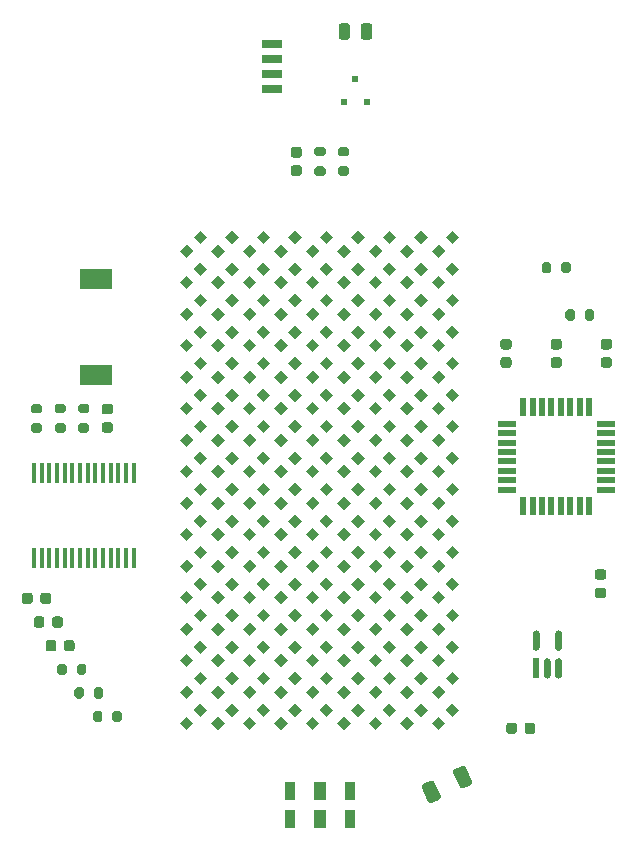
<source format=gbr>
G04 #@! TF.GenerationSoftware,KiCad,Pcbnew,(5.1.12-1-10_14)*
G04 #@! TF.CreationDate,2021-12-02T12:01:39-05:00*
G04 #@! TF.ProjectId,blinky,626c696e-6b79-42e6-9b69-6361645f7063,rev?*
G04 #@! TF.SameCoordinates,Original*
G04 #@! TF.FileFunction,Paste,Top*
G04 #@! TF.FilePolarity,Positive*
%FSLAX46Y46*%
G04 Gerber Fmt 4.6, Leading zero omitted, Abs format (unit mm)*
G04 Created by KiCad (PCBNEW (5.1.12-1-10_14)) date 2021-12-02 12:01:39*
%MOMM*%
%LPD*%
G01*
G04 APERTURE LIST*
%ADD10R,0.950000X1.550000*%
%ADD11R,1.000000X1.600000*%
%ADD12R,1.800000X0.800000*%
%ADD13C,0.100000*%
%ADD14R,1.500000X0.550000*%
%ADD15R,0.550000X1.500000*%
%ADD16R,0.450000X1.750000*%
%ADD17R,0.609807X1.755639*%
%ADD18R,2.692400X1.701800*%
%ADD19R,0.500000X0.600000*%
G04 APERTURE END LIST*
D10*
G04 #@! TO.C,SW2*
X192500000Y-109300000D03*
D11*
X190000000Y-109300000D03*
D10*
X187500000Y-109300000D03*
X187500000Y-111700000D03*
D11*
X190000000Y-111700000D03*
D10*
X192500000Y-111700000D03*
G04 #@! TD*
D12*
G04 #@! TO.C,U3*
X185945900Y-46095000D03*
X185945900Y-47365000D03*
X185945900Y-48635000D03*
X185945900Y-49905000D03*
G04 #@! TD*
D13*
G04 #@! TO.C,D3.3*
G36*
X194705424Y-69475634D02*
G01*
X194139739Y-68909949D01*
X194705424Y-68344264D01*
X195271109Y-68909949D01*
X194705424Y-69475634D01*
G37*
G36*
X195870000Y-68329017D02*
G01*
X195304315Y-67763332D01*
X195870000Y-67197647D01*
X196435685Y-67763332D01*
X195870000Y-68329017D01*
G37*
G04 #@! TD*
G04 #@! TO.C,D9.14*
G36*
X178705424Y-98808960D02*
G01*
X178139739Y-98243275D01*
X178705424Y-97677590D01*
X179271109Y-98243275D01*
X178705424Y-98808960D01*
G37*
G36*
X179870000Y-97662343D02*
G01*
X179304315Y-97096658D01*
X179870000Y-96530973D01*
X180435685Y-97096658D01*
X179870000Y-97662343D01*
G37*
G04 #@! TD*
G04 #@! TO.C,D9.13*
G36*
X178705424Y-96142294D02*
G01*
X178139739Y-95576609D01*
X178705424Y-95010924D01*
X179271109Y-95576609D01*
X178705424Y-96142294D01*
G37*
G36*
X179870000Y-94995677D02*
G01*
X179304315Y-94429992D01*
X179870000Y-93864307D01*
X180435685Y-94429992D01*
X179870000Y-94995677D01*
G37*
G04 #@! TD*
G04 #@! TO.C,D9.12*
G36*
X178705424Y-93475628D02*
G01*
X178139739Y-92909943D01*
X178705424Y-92344258D01*
X179271109Y-92909943D01*
X178705424Y-93475628D01*
G37*
G36*
X179870000Y-92329011D02*
G01*
X179304315Y-91763326D01*
X179870000Y-91197641D01*
X180435685Y-91763326D01*
X179870000Y-92329011D01*
G37*
G04 #@! TD*
G04 #@! TO.C,D9.1*
G36*
X178705424Y-64142302D02*
G01*
X178139739Y-63576617D01*
X178705424Y-63010932D01*
X179271109Y-63576617D01*
X178705424Y-64142302D01*
G37*
G36*
X179870000Y-62995685D02*
G01*
X179304315Y-62430000D01*
X179870000Y-61864315D01*
X180435685Y-62430000D01*
X179870000Y-62995685D01*
G37*
G04 #@! TD*
G04 #@! TO.C,D9.2*
G36*
X178705424Y-66808968D02*
G01*
X178139739Y-66243283D01*
X178705424Y-65677598D01*
X179271109Y-66243283D01*
X178705424Y-66808968D01*
G37*
G36*
X179870000Y-65662351D02*
G01*
X179304315Y-65096666D01*
X179870000Y-64530981D01*
X180435685Y-65096666D01*
X179870000Y-65662351D01*
G37*
G04 #@! TD*
G04 #@! TO.C,D9.3*
G36*
X178705424Y-69475634D02*
G01*
X178139739Y-68909949D01*
X178705424Y-68344264D01*
X179271109Y-68909949D01*
X178705424Y-69475634D01*
G37*
G36*
X179870000Y-68329017D02*
G01*
X179304315Y-67763332D01*
X179870000Y-67197647D01*
X180435685Y-67763332D01*
X179870000Y-68329017D01*
G37*
G04 #@! TD*
G04 #@! TO.C,D9.4*
G36*
X178705424Y-72142300D02*
G01*
X178139739Y-71576615D01*
X178705424Y-71010930D01*
X179271109Y-71576615D01*
X178705424Y-72142300D01*
G37*
G36*
X179870000Y-70995683D02*
G01*
X179304315Y-70429998D01*
X179870000Y-69864313D01*
X180435685Y-70429998D01*
X179870000Y-70995683D01*
G37*
G04 #@! TD*
G04 #@! TO.C,D9.5*
G36*
X178705424Y-74808966D02*
G01*
X178139739Y-74243281D01*
X178705424Y-73677596D01*
X179271109Y-74243281D01*
X178705424Y-74808966D01*
G37*
G36*
X179870000Y-73662349D02*
G01*
X179304315Y-73096664D01*
X179870000Y-72530979D01*
X180435685Y-73096664D01*
X179870000Y-73662349D01*
G37*
G04 #@! TD*
G04 #@! TO.C,D9.15*
G36*
X178705424Y-101475626D02*
G01*
X178139739Y-100909941D01*
X178705424Y-100344256D01*
X179271109Y-100909941D01*
X178705424Y-101475626D01*
G37*
G36*
X179870000Y-100329009D02*
G01*
X179304315Y-99763324D01*
X179870000Y-99197639D01*
X180435685Y-99763324D01*
X179870000Y-100329009D01*
G37*
G04 #@! TD*
G04 #@! TO.C,D9.6*
G36*
X178705424Y-77475632D02*
G01*
X178139739Y-76909947D01*
X178705424Y-76344262D01*
X179271109Y-76909947D01*
X178705424Y-77475632D01*
G37*
G36*
X179870000Y-76329015D02*
G01*
X179304315Y-75763330D01*
X179870000Y-75197645D01*
X180435685Y-75763330D01*
X179870000Y-76329015D01*
G37*
G04 #@! TD*
G04 #@! TO.C,D9.7*
G36*
X178705424Y-80142298D02*
G01*
X178139739Y-79576613D01*
X178705424Y-79010928D01*
X179271109Y-79576613D01*
X178705424Y-80142298D01*
G37*
G36*
X179870000Y-78995681D02*
G01*
X179304315Y-78429996D01*
X179870000Y-77864311D01*
X180435685Y-78429996D01*
X179870000Y-78995681D01*
G37*
G04 #@! TD*
G04 #@! TO.C,D9.8*
G36*
X178705424Y-82808964D02*
G01*
X178139739Y-82243279D01*
X178705424Y-81677594D01*
X179271109Y-82243279D01*
X178705424Y-82808964D01*
G37*
G36*
X179870000Y-81662347D02*
G01*
X179304315Y-81096662D01*
X179870000Y-80530977D01*
X180435685Y-81096662D01*
X179870000Y-81662347D01*
G37*
G04 #@! TD*
G04 #@! TO.C,D9.9*
G36*
X178705424Y-85475630D02*
G01*
X178139739Y-84909945D01*
X178705424Y-84344260D01*
X179271109Y-84909945D01*
X178705424Y-85475630D01*
G37*
G36*
X179870000Y-84329013D02*
G01*
X179304315Y-83763328D01*
X179870000Y-83197643D01*
X180435685Y-83763328D01*
X179870000Y-84329013D01*
G37*
G04 #@! TD*
G04 #@! TO.C,D9.10*
G36*
X178705424Y-88142296D02*
G01*
X178139739Y-87576611D01*
X178705424Y-87010926D01*
X179271109Y-87576611D01*
X178705424Y-88142296D01*
G37*
G36*
X179870000Y-86995679D02*
G01*
X179304315Y-86429994D01*
X179870000Y-85864309D01*
X180435685Y-86429994D01*
X179870000Y-86995679D01*
G37*
G04 #@! TD*
G04 #@! TO.C,D9.11*
G36*
X178705424Y-90808962D02*
G01*
X178139739Y-90243277D01*
X178705424Y-89677592D01*
X179271109Y-90243277D01*
X178705424Y-90808962D01*
G37*
G36*
X179870000Y-89662345D02*
G01*
X179304315Y-89096660D01*
X179870000Y-88530975D01*
X180435685Y-89096660D01*
X179870000Y-89662345D01*
G37*
G04 #@! TD*
G04 #@! TO.C,D9.16*
G36*
X178705424Y-104142292D02*
G01*
X178139739Y-103576607D01*
X178705424Y-103010922D01*
X179271109Y-103576607D01*
X178705424Y-104142292D01*
G37*
G36*
X179870000Y-102995675D02*
G01*
X179304315Y-102429990D01*
X179870000Y-101864305D01*
X180435685Y-102429990D01*
X179870000Y-102995675D01*
G37*
G04 #@! TD*
G04 #@! TO.C,D8.14*
G36*
X181375424Y-98808960D02*
G01*
X180809739Y-98243275D01*
X181375424Y-97677590D01*
X181941109Y-98243275D01*
X181375424Y-98808960D01*
G37*
G36*
X182540000Y-97662343D02*
G01*
X181974315Y-97096658D01*
X182540000Y-96530973D01*
X183105685Y-97096658D01*
X182540000Y-97662343D01*
G37*
G04 #@! TD*
G04 #@! TO.C,D8.13*
G36*
X181375424Y-96142294D02*
G01*
X180809739Y-95576609D01*
X181375424Y-95010924D01*
X181941109Y-95576609D01*
X181375424Y-96142294D01*
G37*
G36*
X182540000Y-94995677D02*
G01*
X181974315Y-94429992D01*
X182540000Y-93864307D01*
X183105685Y-94429992D01*
X182540000Y-94995677D01*
G37*
G04 #@! TD*
G04 #@! TO.C,D8.12*
G36*
X181375424Y-93475628D02*
G01*
X180809739Y-92909943D01*
X181375424Y-92344258D01*
X181941109Y-92909943D01*
X181375424Y-93475628D01*
G37*
G36*
X182540000Y-92329011D02*
G01*
X181974315Y-91763326D01*
X182540000Y-91197641D01*
X183105685Y-91763326D01*
X182540000Y-92329011D01*
G37*
G04 #@! TD*
G04 #@! TO.C,D8.1*
G36*
X181375424Y-64142302D02*
G01*
X180809739Y-63576617D01*
X181375424Y-63010932D01*
X181941109Y-63576617D01*
X181375424Y-64142302D01*
G37*
G36*
X182540000Y-62995685D02*
G01*
X181974315Y-62430000D01*
X182540000Y-61864315D01*
X183105685Y-62430000D01*
X182540000Y-62995685D01*
G37*
G04 #@! TD*
G04 #@! TO.C,D8.2*
G36*
X181375424Y-66808968D02*
G01*
X180809739Y-66243283D01*
X181375424Y-65677598D01*
X181941109Y-66243283D01*
X181375424Y-66808968D01*
G37*
G36*
X182540000Y-65662351D02*
G01*
X181974315Y-65096666D01*
X182540000Y-64530981D01*
X183105685Y-65096666D01*
X182540000Y-65662351D01*
G37*
G04 #@! TD*
G04 #@! TO.C,D8.3*
G36*
X181375424Y-69475634D02*
G01*
X180809739Y-68909949D01*
X181375424Y-68344264D01*
X181941109Y-68909949D01*
X181375424Y-69475634D01*
G37*
G36*
X182540000Y-68329017D02*
G01*
X181974315Y-67763332D01*
X182540000Y-67197647D01*
X183105685Y-67763332D01*
X182540000Y-68329017D01*
G37*
G04 #@! TD*
G04 #@! TO.C,D8.4*
G36*
X181375424Y-72142300D02*
G01*
X180809739Y-71576615D01*
X181375424Y-71010930D01*
X181941109Y-71576615D01*
X181375424Y-72142300D01*
G37*
G36*
X182540000Y-70995683D02*
G01*
X181974315Y-70429998D01*
X182540000Y-69864313D01*
X183105685Y-70429998D01*
X182540000Y-70995683D01*
G37*
G04 #@! TD*
G04 #@! TO.C,D8.5*
G36*
X181375424Y-74808966D02*
G01*
X180809739Y-74243281D01*
X181375424Y-73677596D01*
X181941109Y-74243281D01*
X181375424Y-74808966D01*
G37*
G36*
X182540000Y-73662349D02*
G01*
X181974315Y-73096664D01*
X182540000Y-72530979D01*
X183105685Y-73096664D01*
X182540000Y-73662349D01*
G37*
G04 #@! TD*
G04 #@! TO.C,D8.15*
G36*
X181375424Y-101475626D02*
G01*
X180809739Y-100909941D01*
X181375424Y-100344256D01*
X181941109Y-100909941D01*
X181375424Y-101475626D01*
G37*
G36*
X182540000Y-100329009D02*
G01*
X181974315Y-99763324D01*
X182540000Y-99197639D01*
X183105685Y-99763324D01*
X182540000Y-100329009D01*
G37*
G04 #@! TD*
G04 #@! TO.C,D8.6*
G36*
X181375424Y-77475632D02*
G01*
X180809739Y-76909947D01*
X181375424Y-76344262D01*
X181941109Y-76909947D01*
X181375424Y-77475632D01*
G37*
G36*
X182540000Y-76329015D02*
G01*
X181974315Y-75763330D01*
X182540000Y-75197645D01*
X183105685Y-75763330D01*
X182540000Y-76329015D01*
G37*
G04 #@! TD*
G04 #@! TO.C,D8.7*
G36*
X181375424Y-80142298D02*
G01*
X180809739Y-79576613D01*
X181375424Y-79010928D01*
X181941109Y-79576613D01*
X181375424Y-80142298D01*
G37*
G36*
X182540000Y-78995681D02*
G01*
X181974315Y-78429996D01*
X182540000Y-77864311D01*
X183105685Y-78429996D01*
X182540000Y-78995681D01*
G37*
G04 #@! TD*
G04 #@! TO.C,D8.8*
G36*
X181375424Y-82808964D02*
G01*
X180809739Y-82243279D01*
X181375424Y-81677594D01*
X181941109Y-82243279D01*
X181375424Y-82808964D01*
G37*
G36*
X182540000Y-81662347D02*
G01*
X181974315Y-81096662D01*
X182540000Y-80530977D01*
X183105685Y-81096662D01*
X182540000Y-81662347D01*
G37*
G04 #@! TD*
G04 #@! TO.C,D8.9*
G36*
X181375424Y-85475630D02*
G01*
X180809739Y-84909945D01*
X181375424Y-84344260D01*
X181941109Y-84909945D01*
X181375424Y-85475630D01*
G37*
G36*
X182540000Y-84329013D02*
G01*
X181974315Y-83763328D01*
X182540000Y-83197643D01*
X183105685Y-83763328D01*
X182540000Y-84329013D01*
G37*
G04 #@! TD*
G04 #@! TO.C,D8.10*
G36*
X181375424Y-88142296D02*
G01*
X180809739Y-87576611D01*
X181375424Y-87010926D01*
X181941109Y-87576611D01*
X181375424Y-88142296D01*
G37*
G36*
X182540000Y-86995679D02*
G01*
X181974315Y-86429994D01*
X182540000Y-85864309D01*
X183105685Y-86429994D01*
X182540000Y-86995679D01*
G37*
G04 #@! TD*
G04 #@! TO.C,D8.11*
G36*
X181375424Y-90808962D02*
G01*
X180809739Y-90243277D01*
X181375424Y-89677592D01*
X181941109Y-90243277D01*
X181375424Y-90808962D01*
G37*
G36*
X182540000Y-89662345D02*
G01*
X181974315Y-89096660D01*
X182540000Y-88530975D01*
X183105685Y-89096660D01*
X182540000Y-89662345D01*
G37*
G04 #@! TD*
G04 #@! TO.C,D8.16*
G36*
X181375424Y-104142292D02*
G01*
X180809739Y-103576607D01*
X181375424Y-103010922D01*
X181941109Y-103576607D01*
X181375424Y-104142292D01*
G37*
G36*
X182540000Y-102995675D02*
G01*
X181974315Y-102429990D01*
X182540000Y-101864305D01*
X183105685Y-102429990D01*
X182540000Y-102995675D01*
G37*
G04 #@! TD*
G04 #@! TO.C,D7.14*
G36*
X184045424Y-98808960D02*
G01*
X183479739Y-98243275D01*
X184045424Y-97677590D01*
X184611109Y-98243275D01*
X184045424Y-98808960D01*
G37*
G36*
X185210000Y-97662343D02*
G01*
X184644315Y-97096658D01*
X185210000Y-96530973D01*
X185775685Y-97096658D01*
X185210000Y-97662343D01*
G37*
G04 #@! TD*
G04 #@! TO.C,D7.13*
G36*
X184045424Y-96142294D02*
G01*
X183479739Y-95576609D01*
X184045424Y-95010924D01*
X184611109Y-95576609D01*
X184045424Y-96142294D01*
G37*
G36*
X185210000Y-94995677D02*
G01*
X184644315Y-94429992D01*
X185210000Y-93864307D01*
X185775685Y-94429992D01*
X185210000Y-94995677D01*
G37*
G04 #@! TD*
G04 #@! TO.C,D7.12*
G36*
X184045424Y-93475628D02*
G01*
X183479739Y-92909943D01*
X184045424Y-92344258D01*
X184611109Y-92909943D01*
X184045424Y-93475628D01*
G37*
G36*
X185210000Y-92329011D02*
G01*
X184644315Y-91763326D01*
X185210000Y-91197641D01*
X185775685Y-91763326D01*
X185210000Y-92329011D01*
G37*
G04 #@! TD*
G04 #@! TO.C,D7.1*
G36*
X184045424Y-64142302D02*
G01*
X183479739Y-63576617D01*
X184045424Y-63010932D01*
X184611109Y-63576617D01*
X184045424Y-64142302D01*
G37*
G36*
X185210000Y-62995685D02*
G01*
X184644315Y-62430000D01*
X185210000Y-61864315D01*
X185775685Y-62430000D01*
X185210000Y-62995685D01*
G37*
G04 #@! TD*
G04 #@! TO.C,D7.2*
G36*
X184045424Y-66808968D02*
G01*
X183479739Y-66243283D01*
X184045424Y-65677598D01*
X184611109Y-66243283D01*
X184045424Y-66808968D01*
G37*
G36*
X185210000Y-65662351D02*
G01*
X184644315Y-65096666D01*
X185210000Y-64530981D01*
X185775685Y-65096666D01*
X185210000Y-65662351D01*
G37*
G04 #@! TD*
G04 #@! TO.C,D7.3*
G36*
X184045424Y-69475634D02*
G01*
X183479739Y-68909949D01*
X184045424Y-68344264D01*
X184611109Y-68909949D01*
X184045424Y-69475634D01*
G37*
G36*
X185210000Y-68329017D02*
G01*
X184644315Y-67763332D01*
X185210000Y-67197647D01*
X185775685Y-67763332D01*
X185210000Y-68329017D01*
G37*
G04 #@! TD*
G04 #@! TO.C,D7.4*
G36*
X184045424Y-72142300D02*
G01*
X183479739Y-71576615D01*
X184045424Y-71010930D01*
X184611109Y-71576615D01*
X184045424Y-72142300D01*
G37*
G36*
X185210000Y-70995683D02*
G01*
X184644315Y-70429998D01*
X185210000Y-69864313D01*
X185775685Y-70429998D01*
X185210000Y-70995683D01*
G37*
G04 #@! TD*
G04 #@! TO.C,D7.5*
G36*
X184045424Y-74808966D02*
G01*
X183479739Y-74243281D01*
X184045424Y-73677596D01*
X184611109Y-74243281D01*
X184045424Y-74808966D01*
G37*
G36*
X185210000Y-73662349D02*
G01*
X184644315Y-73096664D01*
X185210000Y-72530979D01*
X185775685Y-73096664D01*
X185210000Y-73662349D01*
G37*
G04 #@! TD*
G04 #@! TO.C,D7.15*
G36*
X184045424Y-101475626D02*
G01*
X183479739Y-100909941D01*
X184045424Y-100344256D01*
X184611109Y-100909941D01*
X184045424Y-101475626D01*
G37*
G36*
X185210000Y-100329009D02*
G01*
X184644315Y-99763324D01*
X185210000Y-99197639D01*
X185775685Y-99763324D01*
X185210000Y-100329009D01*
G37*
G04 #@! TD*
G04 #@! TO.C,D7.6*
G36*
X184045424Y-77475632D02*
G01*
X183479739Y-76909947D01*
X184045424Y-76344262D01*
X184611109Y-76909947D01*
X184045424Y-77475632D01*
G37*
G36*
X185210000Y-76329015D02*
G01*
X184644315Y-75763330D01*
X185210000Y-75197645D01*
X185775685Y-75763330D01*
X185210000Y-76329015D01*
G37*
G04 #@! TD*
G04 #@! TO.C,D7.7*
G36*
X184045424Y-80142298D02*
G01*
X183479739Y-79576613D01*
X184045424Y-79010928D01*
X184611109Y-79576613D01*
X184045424Y-80142298D01*
G37*
G36*
X185210000Y-78995681D02*
G01*
X184644315Y-78429996D01*
X185210000Y-77864311D01*
X185775685Y-78429996D01*
X185210000Y-78995681D01*
G37*
G04 #@! TD*
G04 #@! TO.C,D7.8*
G36*
X184045424Y-82808964D02*
G01*
X183479739Y-82243279D01*
X184045424Y-81677594D01*
X184611109Y-82243279D01*
X184045424Y-82808964D01*
G37*
G36*
X185210000Y-81662347D02*
G01*
X184644315Y-81096662D01*
X185210000Y-80530977D01*
X185775685Y-81096662D01*
X185210000Y-81662347D01*
G37*
G04 #@! TD*
G04 #@! TO.C,D7.9*
G36*
X184045424Y-85475630D02*
G01*
X183479739Y-84909945D01*
X184045424Y-84344260D01*
X184611109Y-84909945D01*
X184045424Y-85475630D01*
G37*
G36*
X185210000Y-84329013D02*
G01*
X184644315Y-83763328D01*
X185210000Y-83197643D01*
X185775685Y-83763328D01*
X185210000Y-84329013D01*
G37*
G04 #@! TD*
G04 #@! TO.C,D7.10*
G36*
X184045424Y-88142296D02*
G01*
X183479739Y-87576611D01*
X184045424Y-87010926D01*
X184611109Y-87576611D01*
X184045424Y-88142296D01*
G37*
G36*
X185210000Y-86995679D02*
G01*
X184644315Y-86429994D01*
X185210000Y-85864309D01*
X185775685Y-86429994D01*
X185210000Y-86995679D01*
G37*
G04 #@! TD*
G04 #@! TO.C,D7.11*
G36*
X184045424Y-90808962D02*
G01*
X183479739Y-90243277D01*
X184045424Y-89677592D01*
X184611109Y-90243277D01*
X184045424Y-90808962D01*
G37*
G36*
X185210000Y-89662345D02*
G01*
X184644315Y-89096660D01*
X185210000Y-88530975D01*
X185775685Y-89096660D01*
X185210000Y-89662345D01*
G37*
G04 #@! TD*
G04 #@! TO.C,D7.16*
G36*
X184045424Y-104142292D02*
G01*
X183479739Y-103576607D01*
X184045424Y-103010922D01*
X184611109Y-103576607D01*
X184045424Y-104142292D01*
G37*
G36*
X185210000Y-102995675D02*
G01*
X184644315Y-102429990D01*
X185210000Y-101864305D01*
X185775685Y-102429990D01*
X185210000Y-102995675D01*
G37*
G04 #@! TD*
G04 #@! TO.C,D6.14*
G36*
X186705424Y-98808960D02*
G01*
X186139739Y-98243275D01*
X186705424Y-97677590D01*
X187271109Y-98243275D01*
X186705424Y-98808960D01*
G37*
G36*
X187870000Y-97662343D02*
G01*
X187304315Y-97096658D01*
X187870000Y-96530973D01*
X188435685Y-97096658D01*
X187870000Y-97662343D01*
G37*
G04 #@! TD*
G04 #@! TO.C,D6.13*
G36*
X186705424Y-96142294D02*
G01*
X186139739Y-95576609D01*
X186705424Y-95010924D01*
X187271109Y-95576609D01*
X186705424Y-96142294D01*
G37*
G36*
X187870000Y-94995677D02*
G01*
X187304315Y-94429992D01*
X187870000Y-93864307D01*
X188435685Y-94429992D01*
X187870000Y-94995677D01*
G37*
G04 #@! TD*
G04 #@! TO.C,D6.12*
G36*
X186705424Y-93475628D02*
G01*
X186139739Y-92909943D01*
X186705424Y-92344258D01*
X187271109Y-92909943D01*
X186705424Y-93475628D01*
G37*
G36*
X187870000Y-92329011D02*
G01*
X187304315Y-91763326D01*
X187870000Y-91197641D01*
X188435685Y-91763326D01*
X187870000Y-92329011D01*
G37*
G04 #@! TD*
G04 #@! TO.C,D6.1*
G36*
X186705424Y-64142302D02*
G01*
X186139739Y-63576617D01*
X186705424Y-63010932D01*
X187271109Y-63576617D01*
X186705424Y-64142302D01*
G37*
G36*
X187870000Y-62995685D02*
G01*
X187304315Y-62430000D01*
X187870000Y-61864315D01*
X188435685Y-62430000D01*
X187870000Y-62995685D01*
G37*
G04 #@! TD*
G04 #@! TO.C,D6.2*
G36*
X186705424Y-66808968D02*
G01*
X186139739Y-66243283D01*
X186705424Y-65677598D01*
X187271109Y-66243283D01*
X186705424Y-66808968D01*
G37*
G36*
X187870000Y-65662351D02*
G01*
X187304315Y-65096666D01*
X187870000Y-64530981D01*
X188435685Y-65096666D01*
X187870000Y-65662351D01*
G37*
G04 #@! TD*
G04 #@! TO.C,D6.3*
G36*
X186705424Y-69475634D02*
G01*
X186139739Y-68909949D01*
X186705424Y-68344264D01*
X187271109Y-68909949D01*
X186705424Y-69475634D01*
G37*
G36*
X187870000Y-68329017D02*
G01*
X187304315Y-67763332D01*
X187870000Y-67197647D01*
X188435685Y-67763332D01*
X187870000Y-68329017D01*
G37*
G04 #@! TD*
G04 #@! TO.C,D6.4*
G36*
X186705424Y-72142300D02*
G01*
X186139739Y-71576615D01*
X186705424Y-71010930D01*
X187271109Y-71576615D01*
X186705424Y-72142300D01*
G37*
G36*
X187870000Y-70995683D02*
G01*
X187304315Y-70429998D01*
X187870000Y-69864313D01*
X188435685Y-70429998D01*
X187870000Y-70995683D01*
G37*
G04 #@! TD*
G04 #@! TO.C,D6.5*
G36*
X186705424Y-74808966D02*
G01*
X186139739Y-74243281D01*
X186705424Y-73677596D01*
X187271109Y-74243281D01*
X186705424Y-74808966D01*
G37*
G36*
X187870000Y-73662349D02*
G01*
X187304315Y-73096664D01*
X187870000Y-72530979D01*
X188435685Y-73096664D01*
X187870000Y-73662349D01*
G37*
G04 #@! TD*
G04 #@! TO.C,D6.15*
G36*
X186705424Y-101475626D02*
G01*
X186139739Y-100909941D01*
X186705424Y-100344256D01*
X187271109Y-100909941D01*
X186705424Y-101475626D01*
G37*
G36*
X187870000Y-100329009D02*
G01*
X187304315Y-99763324D01*
X187870000Y-99197639D01*
X188435685Y-99763324D01*
X187870000Y-100329009D01*
G37*
G04 #@! TD*
G04 #@! TO.C,D6.6*
G36*
X186705424Y-77475632D02*
G01*
X186139739Y-76909947D01*
X186705424Y-76344262D01*
X187271109Y-76909947D01*
X186705424Y-77475632D01*
G37*
G36*
X187870000Y-76329015D02*
G01*
X187304315Y-75763330D01*
X187870000Y-75197645D01*
X188435685Y-75763330D01*
X187870000Y-76329015D01*
G37*
G04 #@! TD*
G04 #@! TO.C,D6.7*
G36*
X186705424Y-80142298D02*
G01*
X186139739Y-79576613D01*
X186705424Y-79010928D01*
X187271109Y-79576613D01*
X186705424Y-80142298D01*
G37*
G36*
X187870000Y-78995681D02*
G01*
X187304315Y-78429996D01*
X187870000Y-77864311D01*
X188435685Y-78429996D01*
X187870000Y-78995681D01*
G37*
G04 #@! TD*
G04 #@! TO.C,D6.8*
G36*
X186705424Y-82808964D02*
G01*
X186139739Y-82243279D01*
X186705424Y-81677594D01*
X187271109Y-82243279D01*
X186705424Y-82808964D01*
G37*
G36*
X187870000Y-81662347D02*
G01*
X187304315Y-81096662D01*
X187870000Y-80530977D01*
X188435685Y-81096662D01*
X187870000Y-81662347D01*
G37*
G04 #@! TD*
G04 #@! TO.C,D6.9*
G36*
X186705424Y-85475630D02*
G01*
X186139739Y-84909945D01*
X186705424Y-84344260D01*
X187271109Y-84909945D01*
X186705424Y-85475630D01*
G37*
G36*
X187870000Y-84329013D02*
G01*
X187304315Y-83763328D01*
X187870000Y-83197643D01*
X188435685Y-83763328D01*
X187870000Y-84329013D01*
G37*
G04 #@! TD*
G04 #@! TO.C,D6.10*
G36*
X186705424Y-88142296D02*
G01*
X186139739Y-87576611D01*
X186705424Y-87010926D01*
X187271109Y-87576611D01*
X186705424Y-88142296D01*
G37*
G36*
X187870000Y-86995679D02*
G01*
X187304315Y-86429994D01*
X187870000Y-85864309D01*
X188435685Y-86429994D01*
X187870000Y-86995679D01*
G37*
G04 #@! TD*
G04 #@! TO.C,D6.11*
G36*
X186705424Y-90808962D02*
G01*
X186139739Y-90243277D01*
X186705424Y-89677592D01*
X187271109Y-90243277D01*
X186705424Y-90808962D01*
G37*
G36*
X187870000Y-89662345D02*
G01*
X187304315Y-89096660D01*
X187870000Y-88530975D01*
X188435685Y-89096660D01*
X187870000Y-89662345D01*
G37*
G04 #@! TD*
G04 #@! TO.C,D6.16*
G36*
X186705424Y-104142292D02*
G01*
X186139739Y-103576607D01*
X186705424Y-103010922D01*
X187271109Y-103576607D01*
X186705424Y-104142292D01*
G37*
G36*
X187870000Y-102995675D02*
G01*
X187304315Y-102429990D01*
X187870000Y-101864305D01*
X188435685Y-102429990D01*
X187870000Y-102995675D01*
G37*
G04 #@! TD*
G04 #@! TO.C,D5.14*
G36*
X189375424Y-98808960D02*
G01*
X188809739Y-98243275D01*
X189375424Y-97677590D01*
X189941109Y-98243275D01*
X189375424Y-98808960D01*
G37*
G36*
X190540000Y-97662343D02*
G01*
X189974315Y-97096658D01*
X190540000Y-96530973D01*
X191105685Y-97096658D01*
X190540000Y-97662343D01*
G37*
G04 #@! TD*
G04 #@! TO.C,D5.13*
G36*
X189375424Y-96142294D02*
G01*
X188809739Y-95576609D01*
X189375424Y-95010924D01*
X189941109Y-95576609D01*
X189375424Y-96142294D01*
G37*
G36*
X190540000Y-94995677D02*
G01*
X189974315Y-94429992D01*
X190540000Y-93864307D01*
X191105685Y-94429992D01*
X190540000Y-94995677D01*
G37*
G04 #@! TD*
G04 #@! TO.C,D5.12*
G36*
X189375424Y-93475628D02*
G01*
X188809739Y-92909943D01*
X189375424Y-92344258D01*
X189941109Y-92909943D01*
X189375424Y-93475628D01*
G37*
G36*
X190540000Y-92329011D02*
G01*
X189974315Y-91763326D01*
X190540000Y-91197641D01*
X191105685Y-91763326D01*
X190540000Y-92329011D01*
G37*
G04 #@! TD*
G04 #@! TO.C,D5.1*
G36*
X189375424Y-64142302D02*
G01*
X188809739Y-63576617D01*
X189375424Y-63010932D01*
X189941109Y-63576617D01*
X189375424Y-64142302D01*
G37*
G36*
X190540000Y-62995685D02*
G01*
X189974315Y-62430000D01*
X190540000Y-61864315D01*
X191105685Y-62430000D01*
X190540000Y-62995685D01*
G37*
G04 #@! TD*
G04 #@! TO.C,D5.2*
G36*
X189375424Y-66808968D02*
G01*
X188809739Y-66243283D01*
X189375424Y-65677598D01*
X189941109Y-66243283D01*
X189375424Y-66808968D01*
G37*
G36*
X190540000Y-65662351D02*
G01*
X189974315Y-65096666D01*
X190540000Y-64530981D01*
X191105685Y-65096666D01*
X190540000Y-65662351D01*
G37*
G04 #@! TD*
G04 #@! TO.C,D5.3*
G36*
X189375424Y-69475634D02*
G01*
X188809739Y-68909949D01*
X189375424Y-68344264D01*
X189941109Y-68909949D01*
X189375424Y-69475634D01*
G37*
G36*
X190540000Y-68329017D02*
G01*
X189974315Y-67763332D01*
X190540000Y-67197647D01*
X191105685Y-67763332D01*
X190540000Y-68329017D01*
G37*
G04 #@! TD*
G04 #@! TO.C,D5.4*
G36*
X189375424Y-72142300D02*
G01*
X188809739Y-71576615D01*
X189375424Y-71010930D01*
X189941109Y-71576615D01*
X189375424Y-72142300D01*
G37*
G36*
X190540000Y-70995683D02*
G01*
X189974315Y-70429998D01*
X190540000Y-69864313D01*
X191105685Y-70429998D01*
X190540000Y-70995683D01*
G37*
G04 #@! TD*
G04 #@! TO.C,D5.5*
G36*
X189375424Y-74808966D02*
G01*
X188809739Y-74243281D01*
X189375424Y-73677596D01*
X189941109Y-74243281D01*
X189375424Y-74808966D01*
G37*
G36*
X190540000Y-73662349D02*
G01*
X189974315Y-73096664D01*
X190540000Y-72530979D01*
X191105685Y-73096664D01*
X190540000Y-73662349D01*
G37*
G04 #@! TD*
G04 #@! TO.C,D5.15*
G36*
X189375424Y-101475626D02*
G01*
X188809739Y-100909941D01*
X189375424Y-100344256D01*
X189941109Y-100909941D01*
X189375424Y-101475626D01*
G37*
G36*
X190540000Y-100329009D02*
G01*
X189974315Y-99763324D01*
X190540000Y-99197639D01*
X191105685Y-99763324D01*
X190540000Y-100329009D01*
G37*
G04 #@! TD*
G04 #@! TO.C,D5.6*
G36*
X189375424Y-77475632D02*
G01*
X188809739Y-76909947D01*
X189375424Y-76344262D01*
X189941109Y-76909947D01*
X189375424Y-77475632D01*
G37*
G36*
X190540000Y-76329015D02*
G01*
X189974315Y-75763330D01*
X190540000Y-75197645D01*
X191105685Y-75763330D01*
X190540000Y-76329015D01*
G37*
G04 #@! TD*
G04 #@! TO.C,D5.7*
G36*
X189375424Y-80142298D02*
G01*
X188809739Y-79576613D01*
X189375424Y-79010928D01*
X189941109Y-79576613D01*
X189375424Y-80142298D01*
G37*
G36*
X190540000Y-78995681D02*
G01*
X189974315Y-78429996D01*
X190540000Y-77864311D01*
X191105685Y-78429996D01*
X190540000Y-78995681D01*
G37*
G04 #@! TD*
G04 #@! TO.C,D5.8*
G36*
X189375424Y-82808964D02*
G01*
X188809739Y-82243279D01*
X189375424Y-81677594D01*
X189941109Y-82243279D01*
X189375424Y-82808964D01*
G37*
G36*
X190540000Y-81662347D02*
G01*
X189974315Y-81096662D01*
X190540000Y-80530977D01*
X191105685Y-81096662D01*
X190540000Y-81662347D01*
G37*
G04 #@! TD*
G04 #@! TO.C,D5.9*
G36*
X189375424Y-85475630D02*
G01*
X188809739Y-84909945D01*
X189375424Y-84344260D01*
X189941109Y-84909945D01*
X189375424Y-85475630D01*
G37*
G36*
X190540000Y-84329013D02*
G01*
X189974315Y-83763328D01*
X190540000Y-83197643D01*
X191105685Y-83763328D01*
X190540000Y-84329013D01*
G37*
G04 #@! TD*
G04 #@! TO.C,D5.10*
G36*
X189375424Y-88142296D02*
G01*
X188809739Y-87576611D01*
X189375424Y-87010926D01*
X189941109Y-87576611D01*
X189375424Y-88142296D01*
G37*
G36*
X190540000Y-86995679D02*
G01*
X189974315Y-86429994D01*
X190540000Y-85864309D01*
X191105685Y-86429994D01*
X190540000Y-86995679D01*
G37*
G04 #@! TD*
G04 #@! TO.C,D5.11*
G36*
X189375424Y-90808962D02*
G01*
X188809739Y-90243277D01*
X189375424Y-89677592D01*
X189941109Y-90243277D01*
X189375424Y-90808962D01*
G37*
G36*
X190540000Y-89662345D02*
G01*
X189974315Y-89096660D01*
X190540000Y-88530975D01*
X191105685Y-89096660D01*
X190540000Y-89662345D01*
G37*
G04 #@! TD*
G04 #@! TO.C,D5.16*
G36*
X189375424Y-104142292D02*
G01*
X188809739Y-103576607D01*
X189375424Y-103010922D01*
X189941109Y-103576607D01*
X189375424Y-104142292D01*
G37*
G36*
X190540000Y-102995675D02*
G01*
X189974315Y-102429990D01*
X190540000Y-101864305D01*
X191105685Y-102429990D01*
X190540000Y-102995675D01*
G37*
G04 #@! TD*
G04 #@! TO.C,D4.14*
G36*
X192045424Y-98808960D02*
G01*
X191479739Y-98243275D01*
X192045424Y-97677590D01*
X192611109Y-98243275D01*
X192045424Y-98808960D01*
G37*
G36*
X193210000Y-97662343D02*
G01*
X192644315Y-97096658D01*
X193210000Y-96530973D01*
X193775685Y-97096658D01*
X193210000Y-97662343D01*
G37*
G04 #@! TD*
G04 #@! TO.C,D4.13*
G36*
X192045424Y-96142294D02*
G01*
X191479739Y-95576609D01*
X192045424Y-95010924D01*
X192611109Y-95576609D01*
X192045424Y-96142294D01*
G37*
G36*
X193210000Y-94995677D02*
G01*
X192644315Y-94429992D01*
X193210000Y-93864307D01*
X193775685Y-94429992D01*
X193210000Y-94995677D01*
G37*
G04 #@! TD*
G04 #@! TO.C,D4.12*
G36*
X192045424Y-93475628D02*
G01*
X191479739Y-92909943D01*
X192045424Y-92344258D01*
X192611109Y-92909943D01*
X192045424Y-93475628D01*
G37*
G36*
X193210000Y-92329011D02*
G01*
X192644315Y-91763326D01*
X193210000Y-91197641D01*
X193775685Y-91763326D01*
X193210000Y-92329011D01*
G37*
G04 #@! TD*
G04 #@! TO.C,D4.1*
G36*
X192045424Y-64142302D02*
G01*
X191479739Y-63576617D01*
X192045424Y-63010932D01*
X192611109Y-63576617D01*
X192045424Y-64142302D01*
G37*
G36*
X193210000Y-62995685D02*
G01*
X192644315Y-62430000D01*
X193210000Y-61864315D01*
X193775685Y-62430000D01*
X193210000Y-62995685D01*
G37*
G04 #@! TD*
G04 #@! TO.C,D4.2*
G36*
X192045424Y-66808968D02*
G01*
X191479739Y-66243283D01*
X192045424Y-65677598D01*
X192611109Y-66243283D01*
X192045424Y-66808968D01*
G37*
G36*
X193210000Y-65662351D02*
G01*
X192644315Y-65096666D01*
X193210000Y-64530981D01*
X193775685Y-65096666D01*
X193210000Y-65662351D01*
G37*
G04 #@! TD*
G04 #@! TO.C,D4.3*
G36*
X192045424Y-69475634D02*
G01*
X191479739Y-68909949D01*
X192045424Y-68344264D01*
X192611109Y-68909949D01*
X192045424Y-69475634D01*
G37*
G36*
X193210000Y-68329017D02*
G01*
X192644315Y-67763332D01*
X193210000Y-67197647D01*
X193775685Y-67763332D01*
X193210000Y-68329017D01*
G37*
G04 #@! TD*
G04 #@! TO.C,D4.4*
G36*
X192045424Y-72142300D02*
G01*
X191479739Y-71576615D01*
X192045424Y-71010930D01*
X192611109Y-71576615D01*
X192045424Y-72142300D01*
G37*
G36*
X193210000Y-70995683D02*
G01*
X192644315Y-70429998D01*
X193210000Y-69864313D01*
X193775685Y-70429998D01*
X193210000Y-70995683D01*
G37*
G04 #@! TD*
G04 #@! TO.C,D4.5*
G36*
X192045424Y-74808966D02*
G01*
X191479739Y-74243281D01*
X192045424Y-73677596D01*
X192611109Y-74243281D01*
X192045424Y-74808966D01*
G37*
G36*
X193210000Y-73662349D02*
G01*
X192644315Y-73096664D01*
X193210000Y-72530979D01*
X193775685Y-73096664D01*
X193210000Y-73662349D01*
G37*
G04 #@! TD*
G04 #@! TO.C,D4.15*
G36*
X192045424Y-101475626D02*
G01*
X191479739Y-100909941D01*
X192045424Y-100344256D01*
X192611109Y-100909941D01*
X192045424Y-101475626D01*
G37*
G36*
X193210000Y-100329009D02*
G01*
X192644315Y-99763324D01*
X193210000Y-99197639D01*
X193775685Y-99763324D01*
X193210000Y-100329009D01*
G37*
G04 #@! TD*
G04 #@! TO.C,D4.6*
G36*
X192045424Y-77475632D02*
G01*
X191479739Y-76909947D01*
X192045424Y-76344262D01*
X192611109Y-76909947D01*
X192045424Y-77475632D01*
G37*
G36*
X193210000Y-76329015D02*
G01*
X192644315Y-75763330D01*
X193210000Y-75197645D01*
X193775685Y-75763330D01*
X193210000Y-76329015D01*
G37*
G04 #@! TD*
G04 #@! TO.C,D4.7*
G36*
X192045424Y-80142298D02*
G01*
X191479739Y-79576613D01*
X192045424Y-79010928D01*
X192611109Y-79576613D01*
X192045424Y-80142298D01*
G37*
G36*
X193210000Y-78995681D02*
G01*
X192644315Y-78429996D01*
X193210000Y-77864311D01*
X193775685Y-78429996D01*
X193210000Y-78995681D01*
G37*
G04 #@! TD*
G04 #@! TO.C,D4.8*
G36*
X192045424Y-82808964D02*
G01*
X191479739Y-82243279D01*
X192045424Y-81677594D01*
X192611109Y-82243279D01*
X192045424Y-82808964D01*
G37*
G36*
X193210000Y-81662347D02*
G01*
X192644315Y-81096662D01*
X193210000Y-80530977D01*
X193775685Y-81096662D01*
X193210000Y-81662347D01*
G37*
G04 #@! TD*
G04 #@! TO.C,D4.9*
G36*
X192045424Y-85475630D02*
G01*
X191479739Y-84909945D01*
X192045424Y-84344260D01*
X192611109Y-84909945D01*
X192045424Y-85475630D01*
G37*
G36*
X193210000Y-84329013D02*
G01*
X192644315Y-83763328D01*
X193210000Y-83197643D01*
X193775685Y-83763328D01*
X193210000Y-84329013D01*
G37*
G04 #@! TD*
G04 #@! TO.C,D4.10*
G36*
X192045424Y-88142296D02*
G01*
X191479739Y-87576611D01*
X192045424Y-87010926D01*
X192611109Y-87576611D01*
X192045424Y-88142296D01*
G37*
G36*
X193210000Y-86995679D02*
G01*
X192644315Y-86429994D01*
X193210000Y-85864309D01*
X193775685Y-86429994D01*
X193210000Y-86995679D01*
G37*
G04 #@! TD*
G04 #@! TO.C,D4.11*
G36*
X192045424Y-90808962D02*
G01*
X191479739Y-90243277D01*
X192045424Y-89677592D01*
X192611109Y-90243277D01*
X192045424Y-90808962D01*
G37*
G36*
X193210000Y-89662345D02*
G01*
X192644315Y-89096660D01*
X193210000Y-88530975D01*
X193775685Y-89096660D01*
X193210000Y-89662345D01*
G37*
G04 #@! TD*
G04 #@! TO.C,D4.16*
G36*
X192045424Y-104142292D02*
G01*
X191479739Y-103576607D01*
X192045424Y-103010922D01*
X192611109Y-103576607D01*
X192045424Y-104142292D01*
G37*
G36*
X193210000Y-102995675D02*
G01*
X192644315Y-102429990D01*
X193210000Y-101864305D01*
X193775685Y-102429990D01*
X193210000Y-102995675D01*
G37*
G04 #@! TD*
G04 #@! TO.C,D3.14*
G36*
X194705424Y-98808960D02*
G01*
X194139739Y-98243275D01*
X194705424Y-97677590D01*
X195271109Y-98243275D01*
X194705424Y-98808960D01*
G37*
G36*
X195870000Y-97662343D02*
G01*
X195304315Y-97096658D01*
X195870000Y-96530973D01*
X196435685Y-97096658D01*
X195870000Y-97662343D01*
G37*
G04 #@! TD*
G04 #@! TO.C,D3.13*
G36*
X194705424Y-96142294D02*
G01*
X194139739Y-95576609D01*
X194705424Y-95010924D01*
X195271109Y-95576609D01*
X194705424Y-96142294D01*
G37*
G36*
X195870000Y-94995677D02*
G01*
X195304315Y-94429992D01*
X195870000Y-93864307D01*
X196435685Y-94429992D01*
X195870000Y-94995677D01*
G37*
G04 #@! TD*
G04 #@! TO.C,D3.12*
G36*
X194705424Y-93475628D02*
G01*
X194139739Y-92909943D01*
X194705424Y-92344258D01*
X195271109Y-92909943D01*
X194705424Y-93475628D01*
G37*
G36*
X195870000Y-92329011D02*
G01*
X195304315Y-91763326D01*
X195870000Y-91197641D01*
X196435685Y-91763326D01*
X195870000Y-92329011D01*
G37*
G04 #@! TD*
G04 #@! TO.C,D3.1*
G36*
X194705424Y-64142302D02*
G01*
X194139739Y-63576617D01*
X194705424Y-63010932D01*
X195271109Y-63576617D01*
X194705424Y-64142302D01*
G37*
G36*
X195870000Y-62995685D02*
G01*
X195304315Y-62430000D01*
X195870000Y-61864315D01*
X196435685Y-62430000D01*
X195870000Y-62995685D01*
G37*
G04 #@! TD*
G04 #@! TO.C,D3.2*
G36*
X194705424Y-66808968D02*
G01*
X194139739Y-66243283D01*
X194705424Y-65677598D01*
X195271109Y-66243283D01*
X194705424Y-66808968D01*
G37*
G36*
X195870000Y-65662351D02*
G01*
X195304315Y-65096666D01*
X195870000Y-64530981D01*
X196435685Y-65096666D01*
X195870000Y-65662351D01*
G37*
G04 #@! TD*
G04 #@! TO.C,D3.4*
G36*
X194705424Y-72142300D02*
G01*
X194139739Y-71576615D01*
X194705424Y-71010930D01*
X195271109Y-71576615D01*
X194705424Y-72142300D01*
G37*
G36*
X195870000Y-70995683D02*
G01*
X195304315Y-70429998D01*
X195870000Y-69864313D01*
X196435685Y-70429998D01*
X195870000Y-70995683D01*
G37*
G04 #@! TD*
G04 #@! TO.C,D3.5*
G36*
X194705424Y-74808966D02*
G01*
X194139739Y-74243281D01*
X194705424Y-73677596D01*
X195271109Y-74243281D01*
X194705424Y-74808966D01*
G37*
G36*
X195870000Y-73662349D02*
G01*
X195304315Y-73096664D01*
X195870000Y-72530979D01*
X196435685Y-73096664D01*
X195870000Y-73662349D01*
G37*
G04 #@! TD*
G04 #@! TO.C,D3.15*
G36*
X194705424Y-101475626D02*
G01*
X194139739Y-100909941D01*
X194705424Y-100344256D01*
X195271109Y-100909941D01*
X194705424Y-101475626D01*
G37*
G36*
X195870000Y-100329009D02*
G01*
X195304315Y-99763324D01*
X195870000Y-99197639D01*
X196435685Y-99763324D01*
X195870000Y-100329009D01*
G37*
G04 #@! TD*
G04 #@! TO.C,D3.6*
G36*
X194705424Y-77475632D02*
G01*
X194139739Y-76909947D01*
X194705424Y-76344262D01*
X195271109Y-76909947D01*
X194705424Y-77475632D01*
G37*
G36*
X195870000Y-76329015D02*
G01*
X195304315Y-75763330D01*
X195870000Y-75197645D01*
X196435685Y-75763330D01*
X195870000Y-76329015D01*
G37*
G04 #@! TD*
G04 #@! TO.C,D3.7*
G36*
X194705424Y-80142298D02*
G01*
X194139739Y-79576613D01*
X194705424Y-79010928D01*
X195271109Y-79576613D01*
X194705424Y-80142298D01*
G37*
G36*
X195870000Y-78995681D02*
G01*
X195304315Y-78429996D01*
X195870000Y-77864311D01*
X196435685Y-78429996D01*
X195870000Y-78995681D01*
G37*
G04 #@! TD*
G04 #@! TO.C,D3.8*
G36*
X194705424Y-82808964D02*
G01*
X194139739Y-82243279D01*
X194705424Y-81677594D01*
X195271109Y-82243279D01*
X194705424Y-82808964D01*
G37*
G36*
X195870000Y-81662347D02*
G01*
X195304315Y-81096662D01*
X195870000Y-80530977D01*
X196435685Y-81096662D01*
X195870000Y-81662347D01*
G37*
G04 #@! TD*
G04 #@! TO.C,D3.9*
G36*
X194705424Y-85475630D02*
G01*
X194139739Y-84909945D01*
X194705424Y-84344260D01*
X195271109Y-84909945D01*
X194705424Y-85475630D01*
G37*
G36*
X195870000Y-84329013D02*
G01*
X195304315Y-83763328D01*
X195870000Y-83197643D01*
X196435685Y-83763328D01*
X195870000Y-84329013D01*
G37*
G04 #@! TD*
G04 #@! TO.C,D3.10*
G36*
X194705424Y-88142296D02*
G01*
X194139739Y-87576611D01*
X194705424Y-87010926D01*
X195271109Y-87576611D01*
X194705424Y-88142296D01*
G37*
G36*
X195870000Y-86995679D02*
G01*
X195304315Y-86429994D01*
X195870000Y-85864309D01*
X196435685Y-86429994D01*
X195870000Y-86995679D01*
G37*
G04 #@! TD*
G04 #@! TO.C,D3.11*
G36*
X194705424Y-90808962D02*
G01*
X194139739Y-90243277D01*
X194705424Y-89677592D01*
X195271109Y-90243277D01*
X194705424Y-90808962D01*
G37*
G36*
X195870000Y-89662345D02*
G01*
X195304315Y-89096660D01*
X195870000Y-88530975D01*
X196435685Y-89096660D01*
X195870000Y-89662345D01*
G37*
G04 #@! TD*
G04 #@! TO.C,D3.16*
G36*
X194705424Y-104142292D02*
G01*
X194139739Y-103576607D01*
X194705424Y-103010922D01*
X195271109Y-103576607D01*
X194705424Y-104142292D01*
G37*
G36*
X195870000Y-102995675D02*
G01*
X195304315Y-102429990D01*
X195870000Y-101864305D01*
X196435685Y-102429990D01*
X195870000Y-102995675D01*
G37*
G04 #@! TD*
G04 #@! TO.C,D2.16*
G36*
X197375424Y-104142292D02*
G01*
X196809739Y-103576607D01*
X197375424Y-103010922D01*
X197941109Y-103576607D01*
X197375424Y-104142292D01*
G37*
G36*
X198540000Y-102995675D02*
G01*
X197974315Y-102429990D01*
X198540000Y-101864305D01*
X199105685Y-102429990D01*
X198540000Y-102995675D01*
G37*
G04 #@! TD*
G04 #@! TO.C,D2.9*
G36*
X197375424Y-85475630D02*
G01*
X196809739Y-84909945D01*
X197375424Y-84344260D01*
X197941109Y-84909945D01*
X197375424Y-85475630D01*
G37*
G36*
X198540000Y-84329013D02*
G01*
X197974315Y-83763328D01*
X198540000Y-83197643D01*
X199105685Y-83763328D01*
X198540000Y-84329013D01*
G37*
G04 #@! TD*
G04 #@! TO.C,D2.8*
G36*
X197375424Y-82808964D02*
G01*
X196809739Y-82243279D01*
X197375424Y-81677594D01*
X197941109Y-82243279D01*
X197375424Y-82808964D01*
G37*
G36*
X198540000Y-81662347D02*
G01*
X197974315Y-81096662D01*
X198540000Y-80530977D01*
X199105685Y-81096662D01*
X198540000Y-81662347D01*
G37*
G04 #@! TD*
G04 #@! TO.C,D2.7*
G36*
X197375424Y-80142298D02*
G01*
X196809739Y-79576613D01*
X197375424Y-79010928D01*
X197941109Y-79576613D01*
X197375424Y-80142298D01*
G37*
G36*
X198540000Y-78995681D02*
G01*
X197974315Y-78429996D01*
X198540000Y-77864311D01*
X199105685Y-78429996D01*
X198540000Y-78995681D01*
G37*
G04 #@! TD*
G04 #@! TO.C,D2.6*
G36*
X197375424Y-77475632D02*
G01*
X196809739Y-76909947D01*
X197375424Y-76344262D01*
X197941109Y-76909947D01*
X197375424Y-77475632D01*
G37*
G36*
X198540000Y-76329015D02*
G01*
X197974315Y-75763330D01*
X198540000Y-75197645D01*
X199105685Y-75763330D01*
X198540000Y-76329015D01*
G37*
G04 #@! TD*
G04 #@! TO.C,D2.5*
G36*
X197375424Y-74808966D02*
G01*
X196809739Y-74243281D01*
X197375424Y-73677596D01*
X197941109Y-74243281D01*
X197375424Y-74808966D01*
G37*
G36*
X198540000Y-73662349D02*
G01*
X197974315Y-73096664D01*
X198540000Y-72530979D01*
X199105685Y-73096664D01*
X198540000Y-73662349D01*
G37*
G04 #@! TD*
G04 #@! TO.C,D2.4*
G36*
X197375424Y-72142300D02*
G01*
X196809739Y-71576615D01*
X197375424Y-71010930D01*
X197941109Y-71576615D01*
X197375424Y-72142300D01*
G37*
G36*
X198540000Y-70995683D02*
G01*
X197974315Y-70429998D01*
X198540000Y-69864313D01*
X199105685Y-70429998D01*
X198540000Y-70995683D01*
G37*
G04 #@! TD*
G04 #@! TO.C,D2.12*
G36*
X197375424Y-93475628D02*
G01*
X196809739Y-92909943D01*
X197375424Y-92344258D01*
X197941109Y-92909943D01*
X197375424Y-93475628D01*
G37*
G36*
X198540000Y-92329011D02*
G01*
X197974315Y-91763326D01*
X198540000Y-91197641D01*
X199105685Y-91763326D01*
X198540000Y-92329011D01*
G37*
G04 #@! TD*
G04 #@! TO.C,D2.15*
G36*
X197375424Y-101475626D02*
G01*
X196809739Y-100909941D01*
X197375424Y-100344256D01*
X197941109Y-100909941D01*
X197375424Y-101475626D01*
G37*
G36*
X198540000Y-100329009D02*
G01*
X197974315Y-99763324D01*
X198540000Y-99197639D01*
X199105685Y-99763324D01*
X198540000Y-100329009D01*
G37*
G04 #@! TD*
G04 #@! TO.C,D2.10*
G36*
X197375424Y-88142296D02*
G01*
X196809739Y-87576611D01*
X197375424Y-87010926D01*
X197941109Y-87576611D01*
X197375424Y-88142296D01*
G37*
G36*
X198540000Y-86995679D02*
G01*
X197974315Y-86429994D01*
X198540000Y-85864309D01*
X199105685Y-86429994D01*
X198540000Y-86995679D01*
G37*
G04 #@! TD*
G04 #@! TO.C,D2.13*
G36*
X197375424Y-96142294D02*
G01*
X196809739Y-95576609D01*
X197375424Y-95010924D01*
X197941109Y-95576609D01*
X197375424Y-96142294D01*
G37*
G36*
X198540000Y-94995677D02*
G01*
X197974315Y-94429992D01*
X198540000Y-93864307D01*
X199105685Y-94429992D01*
X198540000Y-94995677D01*
G37*
G04 #@! TD*
G04 #@! TO.C,D2.3*
G36*
X197375424Y-69475634D02*
G01*
X196809739Y-68909949D01*
X197375424Y-68344264D01*
X197941109Y-68909949D01*
X197375424Y-69475634D01*
G37*
G36*
X198540000Y-68329017D02*
G01*
X197974315Y-67763332D01*
X198540000Y-67197647D01*
X199105685Y-67763332D01*
X198540000Y-68329017D01*
G37*
G04 #@! TD*
G04 #@! TO.C,D2.2*
G36*
X197375424Y-66808968D02*
G01*
X196809739Y-66243283D01*
X197375424Y-65677598D01*
X197941109Y-66243283D01*
X197375424Y-66808968D01*
G37*
G36*
X198540000Y-65662351D02*
G01*
X197974315Y-65096666D01*
X198540000Y-64530981D01*
X199105685Y-65096666D01*
X198540000Y-65662351D01*
G37*
G04 #@! TD*
G04 #@! TO.C,D2.1*
G36*
X197375424Y-64142302D02*
G01*
X196809739Y-63576617D01*
X197375424Y-63010932D01*
X197941109Y-63576617D01*
X197375424Y-64142302D01*
G37*
G36*
X198540000Y-62995685D02*
G01*
X197974315Y-62430000D01*
X198540000Y-61864315D01*
X199105685Y-62430000D01*
X198540000Y-62995685D01*
G37*
G04 #@! TD*
G04 #@! TO.C,D2.14*
G36*
X197375424Y-98808960D02*
G01*
X196809739Y-98243275D01*
X197375424Y-97677590D01*
X197941109Y-98243275D01*
X197375424Y-98808960D01*
G37*
G36*
X198540000Y-97662343D02*
G01*
X197974315Y-97096658D01*
X198540000Y-96530973D01*
X199105685Y-97096658D01*
X198540000Y-97662343D01*
G37*
G04 #@! TD*
G04 #@! TO.C,D2.11*
G36*
X197375424Y-90808962D02*
G01*
X196809739Y-90243277D01*
X197375424Y-89677592D01*
X197941109Y-90243277D01*
X197375424Y-90808962D01*
G37*
G36*
X198540000Y-89662345D02*
G01*
X197974315Y-89096660D01*
X198540000Y-88530975D01*
X199105685Y-89096660D01*
X198540000Y-89662345D01*
G37*
G04 #@! TD*
G04 #@! TO.C,D1.2*
G36*
X200045424Y-66808968D02*
G01*
X199479739Y-66243283D01*
X200045424Y-65677598D01*
X200611109Y-66243283D01*
X200045424Y-66808968D01*
G37*
G36*
X201210000Y-65662351D02*
G01*
X200644315Y-65096666D01*
X201210000Y-64530981D01*
X201775685Y-65096666D01*
X201210000Y-65662351D01*
G37*
G04 #@! TD*
G04 #@! TO.C,D1.16*
G36*
X200045424Y-104142292D02*
G01*
X199479739Y-103576607D01*
X200045424Y-103010922D01*
X200611109Y-103576607D01*
X200045424Y-104142292D01*
G37*
G36*
X201210000Y-102995675D02*
G01*
X200644315Y-102429990D01*
X201210000Y-101864305D01*
X201775685Y-102429990D01*
X201210000Y-102995675D01*
G37*
G04 #@! TD*
G04 #@! TO.C,D1.3*
G36*
X200045424Y-69475634D02*
G01*
X199479739Y-68909949D01*
X200045424Y-68344264D01*
X200611109Y-68909949D01*
X200045424Y-69475634D01*
G37*
G36*
X201210000Y-68329017D02*
G01*
X200644315Y-67763332D01*
X201210000Y-67197647D01*
X201775685Y-67763332D01*
X201210000Y-68329017D01*
G37*
G04 #@! TD*
G04 #@! TO.C,D1.4*
G36*
X200045424Y-72142300D02*
G01*
X199479739Y-71576615D01*
X200045424Y-71010930D01*
X200611109Y-71576615D01*
X200045424Y-72142300D01*
G37*
G36*
X201210000Y-70995683D02*
G01*
X200644315Y-70429998D01*
X201210000Y-69864313D01*
X201775685Y-70429998D01*
X201210000Y-70995683D01*
G37*
G04 #@! TD*
G04 #@! TO.C,D1.5*
G36*
X200045424Y-74808966D02*
G01*
X199479739Y-74243281D01*
X200045424Y-73677596D01*
X200611109Y-74243281D01*
X200045424Y-74808966D01*
G37*
G36*
X201210000Y-73662349D02*
G01*
X200644315Y-73096664D01*
X201210000Y-72530979D01*
X201775685Y-73096664D01*
X201210000Y-73662349D01*
G37*
G04 #@! TD*
G04 #@! TO.C,D1.15*
G36*
X200045424Y-101475626D02*
G01*
X199479739Y-100909941D01*
X200045424Y-100344256D01*
X200611109Y-100909941D01*
X200045424Y-101475626D01*
G37*
G36*
X201210000Y-100329009D02*
G01*
X200644315Y-99763324D01*
X201210000Y-99197639D01*
X201775685Y-99763324D01*
X201210000Y-100329009D01*
G37*
G04 #@! TD*
G04 #@! TO.C,D1.6*
G36*
X200045424Y-77475632D02*
G01*
X199479739Y-76909947D01*
X200045424Y-76344262D01*
X200611109Y-76909947D01*
X200045424Y-77475632D01*
G37*
G36*
X201210000Y-76329015D02*
G01*
X200644315Y-75763330D01*
X201210000Y-75197645D01*
X201775685Y-75763330D01*
X201210000Y-76329015D01*
G37*
G04 #@! TD*
G04 #@! TO.C,D1.7*
G36*
X200045424Y-80142298D02*
G01*
X199479739Y-79576613D01*
X200045424Y-79010928D01*
X200611109Y-79576613D01*
X200045424Y-80142298D01*
G37*
G36*
X201210000Y-78995681D02*
G01*
X200644315Y-78429996D01*
X201210000Y-77864311D01*
X201775685Y-78429996D01*
X201210000Y-78995681D01*
G37*
G04 #@! TD*
G04 #@! TO.C,D1.8*
G36*
X200045424Y-82808964D02*
G01*
X199479739Y-82243279D01*
X200045424Y-81677594D01*
X200611109Y-82243279D01*
X200045424Y-82808964D01*
G37*
G36*
X201210000Y-81662347D02*
G01*
X200644315Y-81096662D01*
X201210000Y-80530977D01*
X201775685Y-81096662D01*
X201210000Y-81662347D01*
G37*
G04 #@! TD*
G04 #@! TO.C,D1.9*
G36*
X200045424Y-85475630D02*
G01*
X199479739Y-84909945D01*
X200045424Y-84344260D01*
X200611109Y-84909945D01*
X200045424Y-85475630D01*
G37*
G36*
X201210000Y-84329013D02*
G01*
X200644315Y-83763328D01*
X201210000Y-83197643D01*
X201775685Y-83763328D01*
X201210000Y-84329013D01*
G37*
G04 #@! TD*
G04 #@! TO.C,D1.14*
G36*
X200045424Y-98808960D02*
G01*
X199479739Y-98243275D01*
X200045424Y-97677590D01*
X200611109Y-98243275D01*
X200045424Y-98808960D01*
G37*
G36*
X201210000Y-97662343D02*
G01*
X200644315Y-97096658D01*
X201210000Y-96530973D01*
X201775685Y-97096658D01*
X201210000Y-97662343D01*
G37*
G04 #@! TD*
G04 #@! TO.C,D1.13*
G36*
X200045424Y-96142294D02*
G01*
X199479739Y-95576609D01*
X200045424Y-95010924D01*
X200611109Y-95576609D01*
X200045424Y-96142294D01*
G37*
G36*
X201210000Y-94995677D02*
G01*
X200644315Y-94429992D01*
X201210000Y-93864307D01*
X201775685Y-94429992D01*
X201210000Y-94995677D01*
G37*
G04 #@! TD*
G04 #@! TO.C,D1.10*
G36*
X200045424Y-88142296D02*
G01*
X199479739Y-87576611D01*
X200045424Y-87010926D01*
X200611109Y-87576611D01*
X200045424Y-88142296D01*
G37*
G36*
X201210000Y-86995679D02*
G01*
X200644315Y-86429994D01*
X201210000Y-85864309D01*
X201775685Y-86429994D01*
X201210000Y-86995679D01*
G37*
G04 #@! TD*
G04 #@! TO.C,D1.1*
G36*
X200045424Y-64142302D02*
G01*
X199479739Y-63576617D01*
X200045424Y-63010932D01*
X200611109Y-63576617D01*
X200045424Y-64142302D01*
G37*
G36*
X201210000Y-62995685D02*
G01*
X200644315Y-62430000D01*
X201210000Y-61864315D01*
X201775685Y-62430000D01*
X201210000Y-62995685D01*
G37*
G04 #@! TD*
G04 #@! TO.C,D1.12*
G36*
X200045424Y-93475628D02*
G01*
X199479739Y-92909943D01*
X200045424Y-92344258D01*
X200611109Y-92909943D01*
X200045424Y-93475628D01*
G37*
G36*
X201210000Y-92329011D02*
G01*
X200644315Y-91763326D01*
X201210000Y-91197641D01*
X201775685Y-91763326D01*
X201210000Y-92329011D01*
G37*
G04 #@! TD*
G04 #@! TO.C,D1.11*
G36*
X200045424Y-90808962D02*
G01*
X199479739Y-90243277D01*
X200045424Y-89677592D01*
X200611109Y-90243277D01*
X200045424Y-90808962D01*
G37*
G36*
X201210000Y-89662345D02*
G01*
X200644315Y-89096660D01*
X201210000Y-88530975D01*
X201775685Y-89096660D01*
X201210000Y-89662345D01*
G37*
G04 #@! TD*
D14*
G04 #@! TO.C,U1*
X205800000Y-78200000D03*
X205800000Y-79000000D03*
X205800000Y-79800000D03*
X205800000Y-80600000D03*
X205800000Y-81400000D03*
X205800000Y-82200000D03*
X205800000Y-83000000D03*
X205800000Y-83800000D03*
D15*
X207200000Y-85200000D03*
X208000000Y-85200000D03*
X208800000Y-85200000D03*
X209600000Y-85200000D03*
X210400000Y-85200000D03*
X211200000Y-85200000D03*
X212000000Y-85200000D03*
X212800000Y-85200000D03*
D14*
X214200000Y-83800000D03*
X214200000Y-83000000D03*
X214200000Y-82200000D03*
X214200000Y-81400000D03*
X214200000Y-80600000D03*
X214200000Y-79800000D03*
X214200000Y-79000000D03*
X214200000Y-78200000D03*
D15*
X212800000Y-76800000D03*
X212000000Y-76800000D03*
X211200000Y-76800000D03*
X210400000Y-76800000D03*
X209600000Y-76800000D03*
X208800000Y-76800000D03*
X208000000Y-76800000D03*
X207200000Y-76800000D03*
G04 #@! TD*
D16*
G04 #@! TO.C,U4*
X165775000Y-82400000D03*
X166425000Y-82400000D03*
X167075000Y-82400000D03*
X167725000Y-82400000D03*
X168375000Y-82400000D03*
X169025000Y-82400000D03*
X169675000Y-82400000D03*
X170325000Y-82400000D03*
X170975000Y-82400000D03*
X171625000Y-82400000D03*
X172275000Y-82400000D03*
X172925000Y-82400000D03*
X173575000Y-82400000D03*
X174225000Y-82400000D03*
X174225000Y-89600000D03*
X173575000Y-89600000D03*
X172925000Y-89600000D03*
X172275000Y-89600000D03*
X171625000Y-89600000D03*
X170975000Y-89600000D03*
X170325000Y-89600000D03*
X169675000Y-89600000D03*
X169025000Y-89600000D03*
X168375000Y-89600000D03*
X167725000Y-89600000D03*
X167075000Y-89600000D03*
X166425000Y-89600000D03*
X165775000Y-89600000D03*
G04 #@! TD*
D17*
G04 #@! TO.C,U2*
X208300000Y-98925281D03*
G36*
G01*
X209250001Y-99803100D02*
X209250001Y-99803100D01*
G75*
G02*
X208945098Y-99498197I0J304903D01*
G01*
X208945098Y-98352365D01*
G75*
G02*
X209250001Y-98047462I304903J0D01*
G01*
X209250001Y-98047462D01*
G75*
G02*
X209554904Y-98352365I0J-304903D01*
G01*
X209554904Y-99498197D01*
G75*
G02*
X209250001Y-99803100I-304903J0D01*
G01*
G37*
G36*
G01*
X210200001Y-99803100D02*
X210200001Y-99803100D01*
G75*
G02*
X209895098Y-99498197I0J304903D01*
G01*
X209895098Y-98352365D01*
G75*
G02*
X210200001Y-98047462I304903J0D01*
G01*
X210200001Y-98047462D01*
G75*
G02*
X210504904Y-98352365I0J-304903D01*
G01*
X210504904Y-99498197D01*
G75*
G02*
X210200001Y-99803100I-304903J0D01*
G01*
G37*
G36*
G01*
X210200001Y-97452537D02*
X210200001Y-97452537D01*
G75*
G02*
X209895098Y-97147634I0J304903D01*
G01*
X209895098Y-96001802D01*
G75*
G02*
X210200001Y-95696899I304903J0D01*
G01*
X210200001Y-95696899D01*
G75*
G02*
X210504904Y-96001802I0J-304903D01*
G01*
X210504904Y-97147634D01*
G75*
G02*
X210200001Y-97452537I-304903J0D01*
G01*
G37*
G36*
G01*
X208300000Y-97452537D02*
X208300000Y-97452537D01*
G75*
G02*
X207995097Y-97147634I0J304903D01*
G01*
X207995097Y-96001802D01*
G75*
G02*
X208300000Y-95696899I304903J0D01*
G01*
X208300000Y-95696899D01*
G75*
G02*
X208604903Y-96001802I0J-304903D01*
G01*
X208604903Y-97147634D01*
G75*
G02*
X208300000Y-97452537I-304903J0D01*
G01*
G37*
G04 #@! TD*
D18*
G04 #@! TO.C,SW1*
X171000000Y-65948700D03*
X171000000Y-74051300D03*
G04 #@! TD*
G04 #@! TO.C,R10*
G36*
G01*
X170275000Y-77325000D02*
X169725000Y-77325000D01*
G75*
G02*
X169525000Y-77125000I0J200000D01*
G01*
X169525000Y-76725000D01*
G75*
G02*
X169725000Y-76525000I200000J0D01*
G01*
X170275000Y-76525000D01*
G75*
G02*
X170475000Y-76725000I0J-200000D01*
G01*
X170475000Y-77125000D01*
G75*
G02*
X170275000Y-77325000I-200000J0D01*
G01*
G37*
G36*
G01*
X170275000Y-78975000D02*
X169725000Y-78975000D01*
G75*
G02*
X169525000Y-78775000I0J200000D01*
G01*
X169525000Y-78375000D01*
G75*
G02*
X169725000Y-78175000I200000J0D01*
G01*
X170275000Y-78175000D01*
G75*
G02*
X170475000Y-78375000I0J-200000D01*
G01*
X170475000Y-78775000D01*
G75*
G02*
X170275000Y-78975000I-200000J0D01*
G01*
G37*
G04 #@! TD*
G04 #@! TO.C,R9*
G36*
G01*
X167725000Y-78175000D02*
X168275000Y-78175000D01*
G75*
G02*
X168475000Y-78375000I0J-200000D01*
G01*
X168475000Y-78775000D01*
G75*
G02*
X168275000Y-78975000I-200000J0D01*
G01*
X167725000Y-78975000D01*
G75*
G02*
X167525000Y-78775000I0J200000D01*
G01*
X167525000Y-78375000D01*
G75*
G02*
X167725000Y-78175000I200000J0D01*
G01*
G37*
G36*
G01*
X167725000Y-76525000D02*
X168275000Y-76525000D01*
G75*
G02*
X168475000Y-76725000I0J-200000D01*
G01*
X168475000Y-77125000D01*
G75*
G02*
X168275000Y-77325000I-200000J0D01*
G01*
X167725000Y-77325000D01*
G75*
G02*
X167525000Y-77125000I0J200000D01*
G01*
X167525000Y-76725000D01*
G75*
G02*
X167725000Y-76525000I200000J0D01*
G01*
G37*
G04 #@! TD*
G04 #@! TO.C,R8*
G36*
G01*
X165725000Y-78175000D02*
X166275000Y-78175000D01*
G75*
G02*
X166475000Y-78375000I0J-200000D01*
G01*
X166475000Y-78775000D01*
G75*
G02*
X166275000Y-78975000I-200000J0D01*
G01*
X165725000Y-78975000D01*
G75*
G02*
X165525000Y-78775000I0J200000D01*
G01*
X165525000Y-78375000D01*
G75*
G02*
X165725000Y-78175000I200000J0D01*
G01*
G37*
G36*
G01*
X165725000Y-76525000D02*
X166275000Y-76525000D01*
G75*
G02*
X166475000Y-76725000I0J-200000D01*
G01*
X166475000Y-77125000D01*
G75*
G02*
X166275000Y-77325000I-200000J0D01*
G01*
X165725000Y-77325000D01*
G75*
G02*
X165525000Y-77125000I0J200000D01*
G01*
X165525000Y-76725000D01*
G75*
G02*
X165725000Y-76525000I200000J0D01*
G01*
G37*
G04 #@! TD*
G04 #@! TO.C,R7*
G36*
G01*
X170850000Y-101275000D02*
X170850000Y-100725000D01*
G75*
G02*
X171050000Y-100525000I200000J0D01*
G01*
X171450000Y-100525000D01*
G75*
G02*
X171650000Y-100725000I0J-200000D01*
G01*
X171650000Y-101275000D01*
G75*
G02*
X171450000Y-101475000I-200000J0D01*
G01*
X171050000Y-101475000D01*
G75*
G02*
X170850000Y-101275000I0J200000D01*
G01*
G37*
G36*
G01*
X169200000Y-101275000D02*
X169200000Y-100725000D01*
G75*
G02*
X169400000Y-100525000I200000J0D01*
G01*
X169800000Y-100525000D01*
G75*
G02*
X170000000Y-100725000I0J-200000D01*
G01*
X170000000Y-101275000D01*
G75*
G02*
X169800000Y-101475000I-200000J0D01*
G01*
X169400000Y-101475000D01*
G75*
G02*
X169200000Y-101275000I0J200000D01*
G01*
G37*
G04 #@! TD*
G04 #@! TO.C,R6*
G36*
G01*
X168575000Y-98725000D02*
X168575000Y-99275000D01*
G75*
G02*
X168375000Y-99475000I-200000J0D01*
G01*
X167975000Y-99475000D01*
G75*
G02*
X167775000Y-99275000I0J200000D01*
G01*
X167775000Y-98725000D01*
G75*
G02*
X167975000Y-98525000I200000J0D01*
G01*
X168375000Y-98525000D01*
G75*
G02*
X168575000Y-98725000I0J-200000D01*
G01*
G37*
G36*
G01*
X170225000Y-98725000D02*
X170225000Y-99275000D01*
G75*
G02*
X170025000Y-99475000I-200000J0D01*
G01*
X169625000Y-99475000D01*
G75*
G02*
X169425000Y-99275000I0J200000D01*
G01*
X169425000Y-98725000D01*
G75*
G02*
X169625000Y-98525000I200000J0D01*
G01*
X170025000Y-98525000D01*
G75*
G02*
X170225000Y-98725000I0J-200000D01*
G01*
G37*
G04 #@! TD*
G04 #@! TO.C,R5*
G36*
G01*
X171575000Y-102725000D02*
X171575000Y-103275000D01*
G75*
G02*
X171375000Y-103475000I-200000J0D01*
G01*
X170975000Y-103475000D01*
G75*
G02*
X170775000Y-103275000I0J200000D01*
G01*
X170775000Y-102725000D01*
G75*
G02*
X170975000Y-102525000I200000J0D01*
G01*
X171375000Y-102525000D01*
G75*
G02*
X171575000Y-102725000I0J-200000D01*
G01*
G37*
G36*
G01*
X173225000Y-102725000D02*
X173225000Y-103275000D01*
G75*
G02*
X173025000Y-103475000I-200000J0D01*
G01*
X172625000Y-103475000D01*
G75*
G02*
X172425000Y-103275000I0J200000D01*
G01*
X172425000Y-102725000D01*
G75*
G02*
X172625000Y-102525000I200000J0D01*
G01*
X173025000Y-102525000D01*
G75*
G02*
X173225000Y-102725000I0J-200000D01*
G01*
G37*
G04 #@! TD*
G04 #@! TO.C,R4*
G36*
G01*
X192275000Y-55575000D02*
X191725000Y-55575000D01*
G75*
G02*
X191525000Y-55375000I0J200000D01*
G01*
X191525000Y-54975000D01*
G75*
G02*
X191725000Y-54775000I200000J0D01*
G01*
X192275000Y-54775000D01*
G75*
G02*
X192475000Y-54975000I0J-200000D01*
G01*
X192475000Y-55375000D01*
G75*
G02*
X192275000Y-55575000I-200000J0D01*
G01*
G37*
G36*
G01*
X192275000Y-57225000D02*
X191725000Y-57225000D01*
G75*
G02*
X191525000Y-57025000I0J200000D01*
G01*
X191525000Y-56625000D01*
G75*
G02*
X191725000Y-56425000I200000J0D01*
G01*
X192275000Y-56425000D01*
G75*
G02*
X192475000Y-56625000I0J-200000D01*
G01*
X192475000Y-57025000D01*
G75*
G02*
X192275000Y-57225000I-200000J0D01*
G01*
G37*
G04 #@! TD*
G04 #@! TO.C,R3*
G36*
G01*
X190275000Y-55575000D02*
X189725000Y-55575000D01*
G75*
G02*
X189525000Y-55375000I0J200000D01*
G01*
X189525000Y-54975000D01*
G75*
G02*
X189725000Y-54775000I200000J0D01*
G01*
X190275000Y-54775000D01*
G75*
G02*
X190475000Y-54975000I0J-200000D01*
G01*
X190475000Y-55375000D01*
G75*
G02*
X190275000Y-55575000I-200000J0D01*
G01*
G37*
G36*
G01*
X190275000Y-57225000D02*
X189725000Y-57225000D01*
G75*
G02*
X189525000Y-57025000I0J200000D01*
G01*
X189525000Y-56625000D01*
G75*
G02*
X189725000Y-56425000I200000J0D01*
G01*
X190275000Y-56425000D01*
G75*
G02*
X190475000Y-56625000I0J-200000D01*
G01*
X190475000Y-57025000D01*
G75*
G02*
X190275000Y-57225000I-200000J0D01*
G01*
G37*
G04 #@! TD*
G04 #@! TO.C,R2*
G36*
G01*
X212425000Y-69275000D02*
X212425000Y-68725000D01*
G75*
G02*
X212625000Y-68525000I200000J0D01*
G01*
X213025000Y-68525000D01*
G75*
G02*
X213225000Y-68725000I0J-200000D01*
G01*
X213225000Y-69275000D01*
G75*
G02*
X213025000Y-69475000I-200000J0D01*
G01*
X212625000Y-69475000D01*
G75*
G02*
X212425000Y-69275000I0J200000D01*
G01*
G37*
G36*
G01*
X210775000Y-69275000D02*
X210775000Y-68725000D01*
G75*
G02*
X210975000Y-68525000I200000J0D01*
G01*
X211375000Y-68525000D01*
G75*
G02*
X211575000Y-68725000I0J-200000D01*
G01*
X211575000Y-69275000D01*
G75*
G02*
X211375000Y-69475000I-200000J0D01*
G01*
X210975000Y-69475000D01*
G75*
G02*
X210775000Y-69275000I0J200000D01*
G01*
G37*
G04 #@! TD*
G04 #@! TO.C,R1*
G36*
G01*
X210425000Y-65275000D02*
X210425000Y-64725000D01*
G75*
G02*
X210625000Y-64525000I200000J0D01*
G01*
X211025000Y-64525000D01*
G75*
G02*
X211225000Y-64725000I0J-200000D01*
G01*
X211225000Y-65275000D01*
G75*
G02*
X211025000Y-65475000I-200000J0D01*
G01*
X210625000Y-65475000D01*
G75*
G02*
X210425000Y-65275000I0J200000D01*
G01*
G37*
G36*
G01*
X208775000Y-65275000D02*
X208775000Y-64725000D01*
G75*
G02*
X208975000Y-64525000I200000J0D01*
G01*
X209375000Y-64525000D01*
G75*
G02*
X209575000Y-64725000I0J-200000D01*
G01*
X209575000Y-65275000D01*
G75*
G02*
X209375000Y-65475000I-200000J0D01*
G01*
X208975000Y-65475000D01*
G75*
G02*
X208775000Y-65275000I0J200000D01*
G01*
G37*
G04 #@! TD*
D19*
G04 #@! TO.C,Q1*
X192050000Y-51000000D03*
X193950000Y-51000000D03*
X193000000Y-49000000D03*
G04 #@! TD*
G04 #@! TO.C,D145*
G36*
G01*
X193450000Y-45456250D02*
X193450000Y-44543750D01*
G75*
G02*
X193693750Y-44300000I243750J0D01*
G01*
X194181250Y-44300000D01*
G75*
G02*
X194425000Y-44543750I0J-243750D01*
G01*
X194425000Y-45456250D01*
G75*
G02*
X194181250Y-45700000I-243750J0D01*
G01*
X193693750Y-45700000D01*
G75*
G02*
X193450000Y-45456250I0J243750D01*
G01*
G37*
G36*
G01*
X191575000Y-45456250D02*
X191575000Y-44543750D01*
G75*
G02*
X191818750Y-44300000I243750J0D01*
G01*
X192306250Y-44300000D01*
G75*
G02*
X192550000Y-44543750I0J-243750D01*
G01*
X192550000Y-45456250D01*
G75*
G02*
X192306250Y-45700000I-243750J0D01*
G01*
X191818750Y-45700000D01*
G75*
G02*
X191575000Y-45456250I0J243750D01*
G01*
G37*
G04 #@! TD*
G04 #@! TO.C,C11*
G36*
G01*
X167675000Y-96750000D02*
X167675000Y-97250000D01*
G75*
G02*
X167450000Y-97475000I-225000J0D01*
G01*
X167000000Y-97475000D01*
G75*
G02*
X166775000Y-97250000I0J225000D01*
G01*
X166775000Y-96750000D01*
G75*
G02*
X167000000Y-96525000I225000J0D01*
G01*
X167450000Y-96525000D01*
G75*
G02*
X167675000Y-96750000I0J-225000D01*
G01*
G37*
G36*
G01*
X169225000Y-96750000D02*
X169225000Y-97250000D01*
G75*
G02*
X169000000Y-97475000I-225000J0D01*
G01*
X168550000Y-97475000D01*
G75*
G02*
X168325000Y-97250000I0J225000D01*
G01*
X168325000Y-96750000D01*
G75*
G02*
X168550000Y-96525000I225000J0D01*
G01*
X169000000Y-96525000D01*
G75*
G02*
X169225000Y-96750000I0J-225000D01*
G01*
G37*
G04 #@! TD*
G04 #@! TO.C,C10*
G36*
G01*
X166675000Y-94750000D02*
X166675000Y-95250000D01*
G75*
G02*
X166450000Y-95475000I-225000J0D01*
G01*
X166000000Y-95475000D01*
G75*
G02*
X165775000Y-95250000I0J225000D01*
G01*
X165775000Y-94750000D01*
G75*
G02*
X166000000Y-94525000I225000J0D01*
G01*
X166450000Y-94525000D01*
G75*
G02*
X166675000Y-94750000I0J-225000D01*
G01*
G37*
G36*
G01*
X168225000Y-94750000D02*
X168225000Y-95250000D01*
G75*
G02*
X168000000Y-95475000I-225000J0D01*
G01*
X167550000Y-95475000D01*
G75*
G02*
X167325000Y-95250000I0J225000D01*
G01*
X167325000Y-94750000D01*
G75*
G02*
X167550000Y-94525000I225000J0D01*
G01*
X168000000Y-94525000D01*
G75*
G02*
X168225000Y-94750000I0J-225000D01*
G01*
G37*
G04 #@! TD*
G04 #@! TO.C,C9*
G36*
G01*
X165675000Y-92750000D02*
X165675000Y-93250000D01*
G75*
G02*
X165450000Y-93475000I-225000J0D01*
G01*
X165000000Y-93475000D01*
G75*
G02*
X164775000Y-93250000I0J225000D01*
G01*
X164775000Y-92750000D01*
G75*
G02*
X165000000Y-92525000I225000J0D01*
G01*
X165450000Y-92525000D01*
G75*
G02*
X165675000Y-92750000I0J-225000D01*
G01*
G37*
G36*
G01*
X167225000Y-92750000D02*
X167225000Y-93250000D01*
G75*
G02*
X167000000Y-93475000I-225000J0D01*
G01*
X166550000Y-93475000D01*
G75*
G02*
X166325000Y-93250000I0J225000D01*
G01*
X166325000Y-92750000D01*
G75*
G02*
X166550000Y-92525000I225000J0D01*
G01*
X167000000Y-92525000D01*
G75*
G02*
X167225000Y-92750000I0J-225000D01*
G01*
G37*
G04 #@! TD*
G04 #@! TO.C,C8*
G36*
G01*
X172250000Y-77425000D02*
X171750000Y-77425000D01*
G75*
G02*
X171525000Y-77200000I0J225000D01*
G01*
X171525000Y-76750000D01*
G75*
G02*
X171750000Y-76525000I225000J0D01*
G01*
X172250000Y-76525000D01*
G75*
G02*
X172475000Y-76750000I0J-225000D01*
G01*
X172475000Y-77200000D01*
G75*
G02*
X172250000Y-77425000I-225000J0D01*
G01*
G37*
G36*
G01*
X172250000Y-78975000D02*
X171750000Y-78975000D01*
G75*
G02*
X171525000Y-78750000I0J225000D01*
G01*
X171525000Y-78300000D01*
G75*
G02*
X171750000Y-78075000I225000J0D01*
G01*
X172250000Y-78075000D01*
G75*
G02*
X172475000Y-78300000I0J-225000D01*
G01*
X172475000Y-78750000D01*
G75*
G02*
X172250000Y-78975000I-225000J0D01*
G01*
G37*
G04 #@! TD*
G04 #@! TO.C,C7*
G36*
G01*
X187750000Y-56325000D02*
X188250000Y-56325000D01*
G75*
G02*
X188475000Y-56550000I0J-225000D01*
G01*
X188475000Y-57000000D01*
G75*
G02*
X188250000Y-57225000I-225000J0D01*
G01*
X187750000Y-57225000D01*
G75*
G02*
X187525000Y-57000000I0J225000D01*
G01*
X187525000Y-56550000D01*
G75*
G02*
X187750000Y-56325000I225000J0D01*
G01*
G37*
G36*
G01*
X187750000Y-54775000D02*
X188250000Y-54775000D01*
G75*
G02*
X188475000Y-55000000I0J-225000D01*
G01*
X188475000Y-55450000D01*
G75*
G02*
X188250000Y-55675000I-225000J0D01*
G01*
X187750000Y-55675000D01*
G75*
G02*
X187525000Y-55450000I0J225000D01*
G01*
X187525000Y-55000000D01*
G75*
G02*
X187750000Y-54775000I225000J0D01*
G01*
G37*
G04 #@! TD*
G04 #@! TO.C,C6*
G36*
G01*
X214000000Y-91425000D02*
X213500000Y-91425000D01*
G75*
G02*
X213275000Y-91200000I0J225000D01*
G01*
X213275000Y-90750000D01*
G75*
G02*
X213500000Y-90525000I225000J0D01*
G01*
X214000000Y-90525000D01*
G75*
G02*
X214225000Y-90750000I0J-225000D01*
G01*
X214225000Y-91200000D01*
G75*
G02*
X214000000Y-91425000I-225000J0D01*
G01*
G37*
G36*
G01*
X214000000Y-92975000D02*
X213500000Y-92975000D01*
G75*
G02*
X213275000Y-92750000I0J225000D01*
G01*
X213275000Y-92300000D01*
G75*
G02*
X213500000Y-92075000I225000J0D01*
G01*
X214000000Y-92075000D01*
G75*
G02*
X214225000Y-92300000I0J-225000D01*
G01*
X214225000Y-92750000D01*
G75*
G02*
X214000000Y-92975000I-225000J0D01*
G01*
G37*
G04 #@! TD*
G04 #@! TO.C,C5*
G36*
G01*
X207325000Y-104250000D02*
X207325000Y-103750000D01*
G75*
G02*
X207550000Y-103525000I225000J0D01*
G01*
X208000000Y-103525000D01*
G75*
G02*
X208225000Y-103750000I0J-225000D01*
G01*
X208225000Y-104250000D01*
G75*
G02*
X208000000Y-104475000I-225000J0D01*
G01*
X207550000Y-104475000D01*
G75*
G02*
X207325000Y-104250000I0J225000D01*
G01*
G37*
G36*
G01*
X205775000Y-104250000D02*
X205775000Y-103750000D01*
G75*
G02*
X206000000Y-103525000I225000J0D01*
G01*
X206450000Y-103525000D01*
G75*
G02*
X206675000Y-103750000I0J-225000D01*
G01*
X206675000Y-104250000D01*
G75*
G02*
X206450000Y-104475000I-225000J0D01*
G01*
X206000000Y-104475000D01*
G75*
G02*
X205775000Y-104250000I0J225000D01*
G01*
G37*
G04 #@! TD*
G04 #@! TO.C,C4*
G36*
G01*
X214500000Y-71925000D02*
X214000000Y-71925000D01*
G75*
G02*
X213775000Y-71700000I0J225000D01*
G01*
X213775000Y-71250000D01*
G75*
G02*
X214000000Y-71025000I225000J0D01*
G01*
X214500000Y-71025000D01*
G75*
G02*
X214725000Y-71250000I0J-225000D01*
G01*
X214725000Y-71700000D01*
G75*
G02*
X214500000Y-71925000I-225000J0D01*
G01*
G37*
G36*
G01*
X214500000Y-73475000D02*
X214000000Y-73475000D01*
G75*
G02*
X213775000Y-73250000I0J225000D01*
G01*
X213775000Y-72800000D01*
G75*
G02*
X214000000Y-72575000I225000J0D01*
G01*
X214500000Y-72575000D01*
G75*
G02*
X214725000Y-72800000I0J-225000D01*
G01*
X214725000Y-73250000D01*
G75*
G02*
X214500000Y-73475000I-225000J0D01*
G01*
G37*
G04 #@! TD*
G04 #@! TO.C,C3*
G36*
G01*
X206000000Y-71925000D02*
X205500000Y-71925000D01*
G75*
G02*
X205275000Y-71700000I0J225000D01*
G01*
X205275000Y-71250000D01*
G75*
G02*
X205500000Y-71025000I225000J0D01*
G01*
X206000000Y-71025000D01*
G75*
G02*
X206225000Y-71250000I0J-225000D01*
G01*
X206225000Y-71700000D01*
G75*
G02*
X206000000Y-71925000I-225000J0D01*
G01*
G37*
G36*
G01*
X206000000Y-73475000D02*
X205500000Y-73475000D01*
G75*
G02*
X205275000Y-73250000I0J225000D01*
G01*
X205275000Y-72800000D01*
G75*
G02*
X205500000Y-72575000I225000J0D01*
G01*
X206000000Y-72575000D01*
G75*
G02*
X206225000Y-72800000I0J-225000D01*
G01*
X206225000Y-73250000D01*
G75*
G02*
X206000000Y-73475000I-225000J0D01*
G01*
G37*
G04 #@! TD*
G04 #@! TO.C,C2*
G36*
G01*
X210250000Y-71925000D02*
X209750000Y-71925000D01*
G75*
G02*
X209525000Y-71700000I0J225000D01*
G01*
X209525000Y-71250000D01*
G75*
G02*
X209750000Y-71025000I225000J0D01*
G01*
X210250000Y-71025000D01*
G75*
G02*
X210475000Y-71250000I0J-225000D01*
G01*
X210475000Y-71700000D01*
G75*
G02*
X210250000Y-71925000I-225000J0D01*
G01*
G37*
G36*
G01*
X210250000Y-73475000D02*
X209750000Y-73475000D01*
G75*
G02*
X209525000Y-73250000I0J225000D01*
G01*
X209525000Y-72800000D01*
G75*
G02*
X209750000Y-72575000I225000J0D01*
G01*
X210250000Y-72575000D01*
G75*
G02*
X210475000Y-72800000I0J-225000D01*
G01*
X210475000Y-73250000D01*
G75*
G02*
X210250000Y-73475000I-225000J0D01*
G01*
G37*
G04 #@! TD*
G04 #@! TO.C,C1*
G36*
G01*
X201840379Y-108958744D02*
X201290975Y-107780542D01*
G75*
G02*
X201411897Y-107448312I226576J105654D01*
G01*
X202000999Y-107173610D01*
G75*
G02*
X202333229Y-107294532I105654J-226576D01*
G01*
X202882633Y-108472734D01*
G75*
G02*
X202761711Y-108804964I-226576J-105654D01*
G01*
X202172609Y-109079666D01*
G75*
G02*
X201840379Y-108958744I-105654J226576D01*
G01*
G37*
G36*
G01*
X199166771Y-110205468D02*
X198617367Y-109027266D01*
G75*
G02*
X198738289Y-108695036I226576J105654D01*
G01*
X199327391Y-108420334D01*
G75*
G02*
X199659621Y-108541256I105654J-226576D01*
G01*
X200209025Y-109719458D01*
G75*
G02*
X200088103Y-110051688I-226576J-105654D01*
G01*
X199499001Y-110326390D01*
G75*
G02*
X199166771Y-110205468I-105654J226576D01*
G01*
G37*
G04 #@! TD*
M02*

</source>
